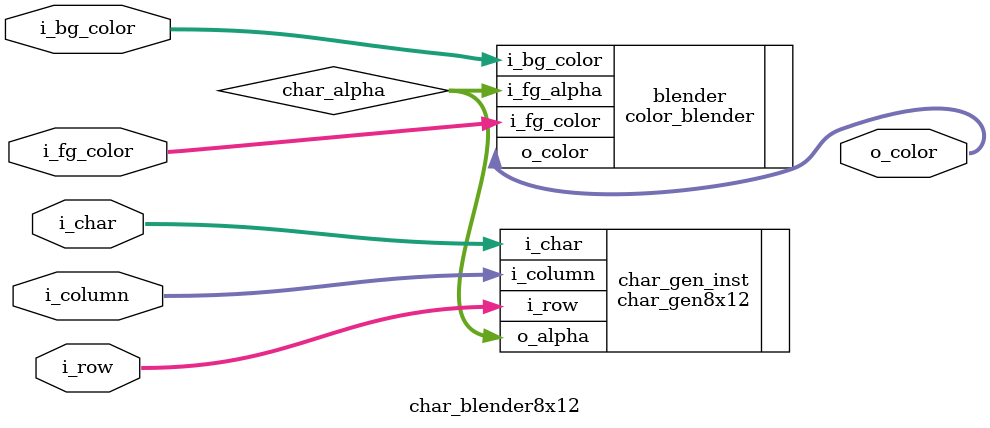
<source format=v>
/*
 * char_blender8x12.v
 *
 * This module blends a single pixel of a character with the background color
 * and outputs the resulting color. The character pixel is based on the given
 * row and column within the character cell.
 *
 * Copyright (C) 2024 Curtis Whitley
 * License: APACHE
 */

`default_nettype none

module char_blender8x12 (
	input  wire [7:0] i_char,
	input  wire [3:0] i_row,
	input  wire [2:0] i_column,
    input  wire [11:0] i_fg_color,
    input  wire [11:0] i_bg_color,
	output wire [11:0] o_color
);

    wire [2:0] char_alpha;

    char_gen8x12 char_gen_inst (
        .i_char(i_char),
        .i_row(i_row),
        .i_column(i_column),
        .o_alpha(char_alpha)
    );

    color_blender blender (
        .i_bg_color(i_bg_color),
        .i_fg_color(i_fg_color),
        .i_fg_alpha(char_alpha),
        .o_color(o_color)
    );

endmodule

</source>
